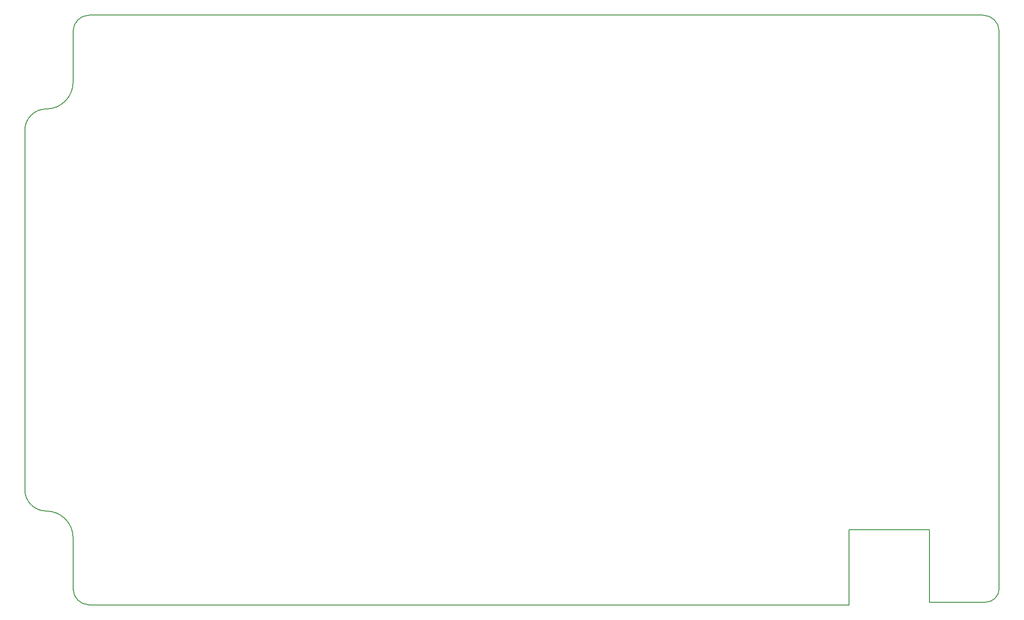
<source format=gbr>
G04 #@! TF.GenerationSoftware,KiCad,Pcbnew,(5.0.2)-1*
G04 #@! TF.CreationDate,2019-03-07T01:49:32-05:00*
G04 #@! TF.ProjectId,interface-board,696e7465-7266-4616-9365-2d626f617264,rev?*
G04 #@! TF.SameCoordinates,Original*
G04 #@! TF.FileFunction,Profile,NP*
%FSLAX46Y46*%
G04 Gerber Fmt 4.6, Leading zero omitted, Abs format (unit mm)*
G04 Created by KiCad (PCBNEW (5.0.2)-1) date 3/7/2019 1:49:32 AM*
%MOMM*%
%LPD*%
G01*
G04 APERTURE LIST*
%ADD10C,0.150000*%
G04 APERTURE END LIST*
D10*
X205935000Y-149124000D02*
X205935000Y-148624000D01*
X105935000Y-149124000D02*
X205935000Y-149124000D01*
X205935000Y-135124000D02*
X205935000Y-148624000D01*
X220935000Y-135124000D02*
X205935000Y-135124000D01*
X220935000Y-148624000D02*
X220935000Y-135124000D01*
X233935000Y-146124000D02*
G75*
G02X231435000Y-148624000I-2500000J0D01*
G01*
X231435000Y-148624000D02*
X220935000Y-148624000D01*
X64435000Y-149124000D02*
X105935000Y-149124000D01*
X56435000Y-131624000D02*
G75*
G02X61435000Y-136624000I0J-5000000D01*
G01*
X61435000Y-51624000D02*
G75*
G02X56435000Y-56624000I-5000000J0D01*
G01*
X52435000Y-127624000D02*
X52435000Y-60624000D01*
X56435000Y-131624000D02*
G75*
G02X52435000Y-127624000I0J4000000D01*
G01*
X61435000Y-136624000D02*
X61435000Y-146124000D01*
X52435000Y-60624000D02*
G75*
G02X56435000Y-56624000I4000000J0D01*
G01*
X64435000Y-149124000D02*
G75*
G02X61435000Y-146124000I0J3000000D01*
G01*
X61435000Y-42124000D02*
X61435000Y-51624000D01*
X61435000Y-42124000D02*
G75*
G02X64435000Y-39124000I3000000J0D01*
G01*
X230935000Y-39124000D02*
G75*
G02X233935000Y-42124000I0J-3000000D01*
G01*
X233935000Y-42124000D02*
X233935000Y-146124000D01*
X230935000Y-39124000D02*
X64435000Y-39124000D01*
M02*

</source>
